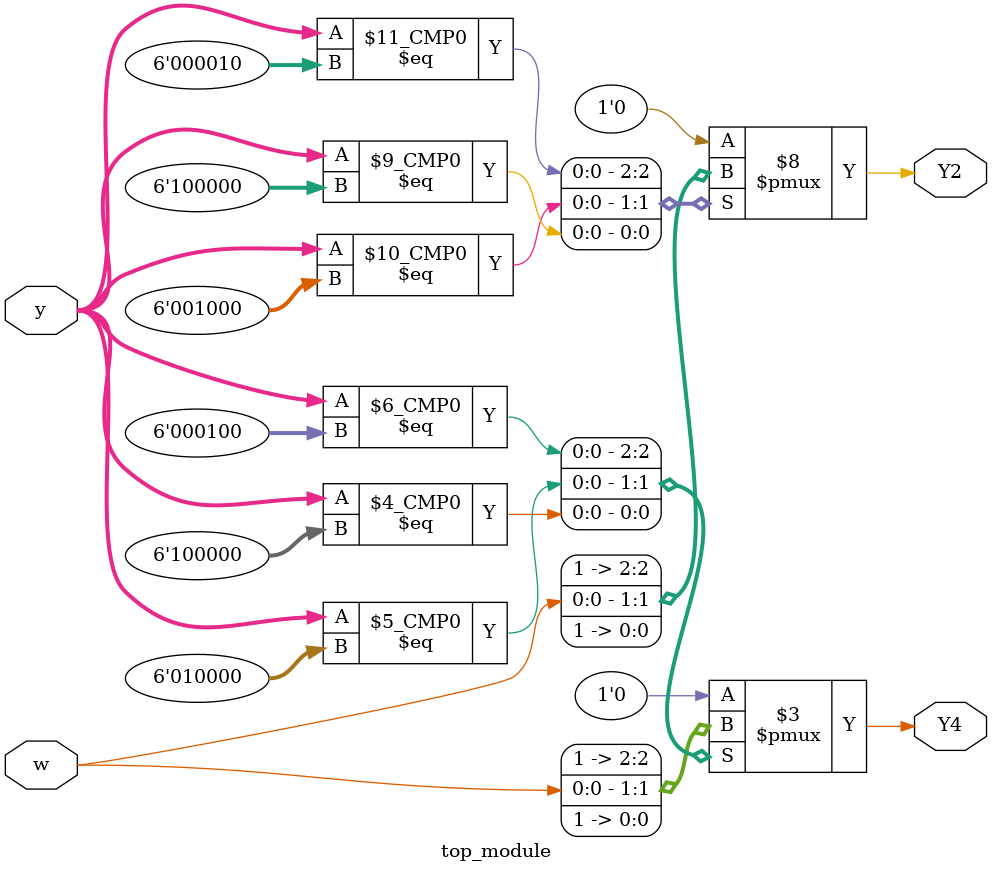
<source format=sv>
module top_module (
    input [6:1] y,
    input w,
    output Y2,
    output Y4
);

reg Y2;
reg Y4;

always @(*)
begin
    case(y)
        7'b000001: begin
            Y2 = 0;
            Y4 = 0;
        end
        7'b000010: begin
            Y2 = 1;
            Y4 = 0;
        end
        7'b000100: begin
            Y2 = 0;
            Y4 = 1;
        end
        7'b001000: begin
            Y2 = w;
            Y4 = 0;
        end
        7'b010000: begin
            Y2 = 0;
            Y4 = w;
        end
        7'b100000: begin
            Y2 = 1;
            Y4 = 1;
        end
        default: begin
            Y2 = 0;
            Y4 = 0;
        end
    endcase
end

endmodule

</source>
